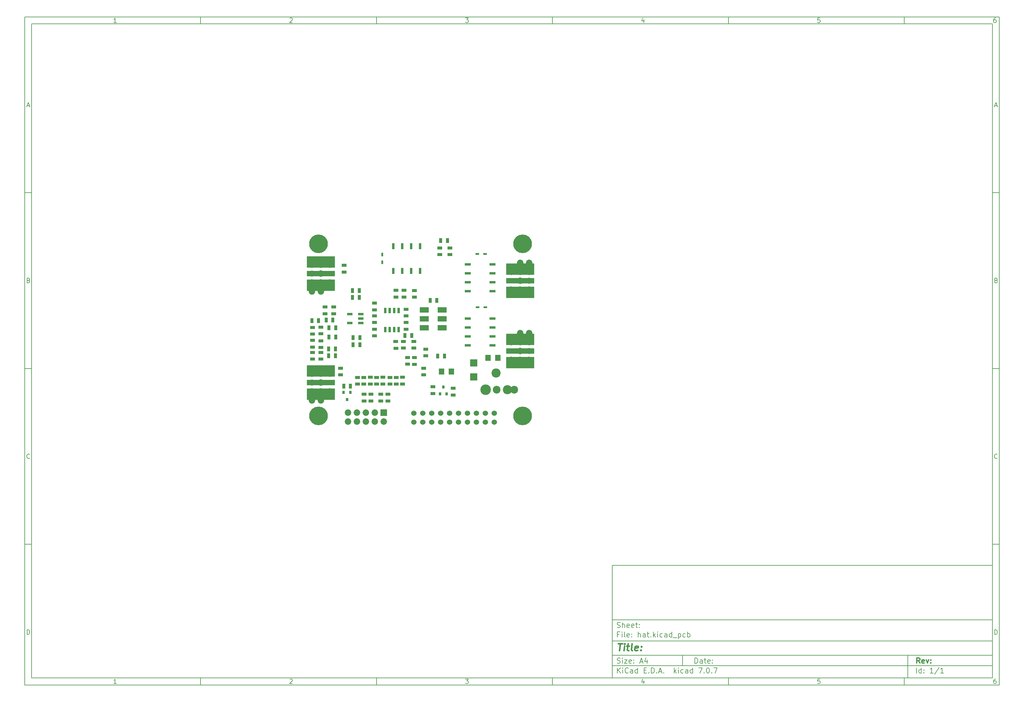
<source format=gts>
%TF.GenerationSoftware,KiCad,Pcbnew,7.0.7*%
%TF.CreationDate,2023-12-26T13:29:34+01:00*%
%TF.ProjectId,hat,6861742e-6b69-4636-9164-5f7063625858,rev?*%
%TF.SameCoordinates,Original*%
%TF.FileFunction,Soldermask,Top*%
%TF.FilePolarity,Negative*%
%FSLAX46Y46*%
G04 Gerber Fmt 4.6, Leading zero omitted, Abs format (unit mm)*
G04 Created by KiCad (PCBNEW 7.0.7) date 2023-12-26 13:29:34*
%MOMM*%
%LPD*%
G01*
G04 APERTURE LIST*
%ADD10C,0.100000*%
%ADD11C,0.150000*%
%ADD12C,0.300000*%
%ADD13C,0.400000*%
%ADD14R,0.889000X1.397000*%
%ADD15R,1.397000X0.889000*%
%ADD16R,0.800000X0.900000*%
%ADD17C,1.800000*%
%ADD18R,8.000000X1.600000*%
%ADD19C,1.850000*%
%ADD20R,8.000000X3.300000*%
%ADD21C,5.300000*%
%ADD22C,2.200000*%
%ADD23C,3.000000*%
%ADD24C,2.600000*%
%ADD25R,2.100000X2.000000*%
%ADD26R,1.850000X1.850000*%
%ADD27R,1.650000X0.760000*%
%ADD28R,0.599440X1.000760*%
%ADD29R,1.600000X1.800000*%
%ADD30R,1.000760X0.599440*%
%ADD31R,0.650000X1.528000*%
%ADD32R,2.540000X1.650000*%
%ADD33R,1.800000X0.800000*%
%ADD34R,0.800000X1.800000*%
%ADD35C,1.524000*%
G04 APERTURE END LIST*
D10*
D11*
X177002200Y-166007200D02*
X285002200Y-166007200D01*
X285002200Y-198007200D01*
X177002200Y-198007200D01*
X177002200Y-166007200D01*
D10*
D11*
X10000000Y-10000000D02*
X287002200Y-10000000D01*
X287002200Y-200007200D01*
X10000000Y-200007200D01*
X10000000Y-10000000D01*
D10*
D11*
X12000000Y-12000000D02*
X285002200Y-12000000D01*
X285002200Y-198007200D01*
X12000000Y-198007200D01*
X12000000Y-12000000D01*
D10*
D11*
X60000000Y-12000000D02*
X60000000Y-10000000D01*
D10*
D11*
X110000000Y-12000000D02*
X110000000Y-10000000D01*
D10*
D11*
X160000000Y-12000000D02*
X160000000Y-10000000D01*
D10*
D11*
X210000000Y-12000000D02*
X210000000Y-10000000D01*
D10*
D11*
X260000000Y-12000000D02*
X260000000Y-10000000D01*
D10*
D11*
X36089160Y-11593604D02*
X35346303Y-11593604D01*
X35717731Y-11593604D02*
X35717731Y-10293604D01*
X35717731Y-10293604D02*
X35593922Y-10479319D01*
X35593922Y-10479319D02*
X35470112Y-10603128D01*
X35470112Y-10603128D02*
X35346303Y-10665033D01*
D10*
D11*
X85346303Y-10417414D02*
X85408207Y-10355509D01*
X85408207Y-10355509D02*
X85532017Y-10293604D01*
X85532017Y-10293604D02*
X85841541Y-10293604D01*
X85841541Y-10293604D02*
X85965350Y-10355509D01*
X85965350Y-10355509D02*
X86027255Y-10417414D01*
X86027255Y-10417414D02*
X86089160Y-10541223D01*
X86089160Y-10541223D02*
X86089160Y-10665033D01*
X86089160Y-10665033D02*
X86027255Y-10850747D01*
X86027255Y-10850747D02*
X85284398Y-11593604D01*
X85284398Y-11593604D02*
X86089160Y-11593604D01*
D10*
D11*
X135284398Y-10293604D02*
X136089160Y-10293604D01*
X136089160Y-10293604D02*
X135655826Y-10788842D01*
X135655826Y-10788842D02*
X135841541Y-10788842D01*
X135841541Y-10788842D02*
X135965350Y-10850747D01*
X135965350Y-10850747D02*
X136027255Y-10912652D01*
X136027255Y-10912652D02*
X136089160Y-11036461D01*
X136089160Y-11036461D02*
X136089160Y-11345985D01*
X136089160Y-11345985D02*
X136027255Y-11469795D01*
X136027255Y-11469795D02*
X135965350Y-11531700D01*
X135965350Y-11531700D02*
X135841541Y-11593604D01*
X135841541Y-11593604D02*
X135470112Y-11593604D01*
X135470112Y-11593604D02*
X135346303Y-11531700D01*
X135346303Y-11531700D02*
X135284398Y-11469795D01*
D10*
D11*
X185965350Y-10726938D02*
X185965350Y-11593604D01*
X185655826Y-10231700D02*
X185346303Y-11160271D01*
X185346303Y-11160271D02*
X186151064Y-11160271D01*
D10*
D11*
X236027255Y-10293604D02*
X235408207Y-10293604D01*
X235408207Y-10293604D02*
X235346303Y-10912652D01*
X235346303Y-10912652D02*
X235408207Y-10850747D01*
X235408207Y-10850747D02*
X235532017Y-10788842D01*
X235532017Y-10788842D02*
X235841541Y-10788842D01*
X235841541Y-10788842D02*
X235965350Y-10850747D01*
X235965350Y-10850747D02*
X236027255Y-10912652D01*
X236027255Y-10912652D02*
X236089160Y-11036461D01*
X236089160Y-11036461D02*
X236089160Y-11345985D01*
X236089160Y-11345985D02*
X236027255Y-11469795D01*
X236027255Y-11469795D02*
X235965350Y-11531700D01*
X235965350Y-11531700D02*
X235841541Y-11593604D01*
X235841541Y-11593604D02*
X235532017Y-11593604D01*
X235532017Y-11593604D02*
X235408207Y-11531700D01*
X235408207Y-11531700D02*
X235346303Y-11469795D01*
D10*
D11*
X285965350Y-10293604D02*
X285717731Y-10293604D01*
X285717731Y-10293604D02*
X285593922Y-10355509D01*
X285593922Y-10355509D02*
X285532017Y-10417414D01*
X285532017Y-10417414D02*
X285408207Y-10603128D01*
X285408207Y-10603128D02*
X285346303Y-10850747D01*
X285346303Y-10850747D02*
X285346303Y-11345985D01*
X285346303Y-11345985D02*
X285408207Y-11469795D01*
X285408207Y-11469795D02*
X285470112Y-11531700D01*
X285470112Y-11531700D02*
X285593922Y-11593604D01*
X285593922Y-11593604D02*
X285841541Y-11593604D01*
X285841541Y-11593604D02*
X285965350Y-11531700D01*
X285965350Y-11531700D02*
X286027255Y-11469795D01*
X286027255Y-11469795D02*
X286089160Y-11345985D01*
X286089160Y-11345985D02*
X286089160Y-11036461D01*
X286089160Y-11036461D02*
X286027255Y-10912652D01*
X286027255Y-10912652D02*
X285965350Y-10850747D01*
X285965350Y-10850747D02*
X285841541Y-10788842D01*
X285841541Y-10788842D02*
X285593922Y-10788842D01*
X285593922Y-10788842D02*
X285470112Y-10850747D01*
X285470112Y-10850747D02*
X285408207Y-10912652D01*
X285408207Y-10912652D02*
X285346303Y-11036461D01*
D10*
D11*
X60000000Y-198007200D02*
X60000000Y-200007200D01*
D10*
D11*
X110000000Y-198007200D02*
X110000000Y-200007200D01*
D10*
D11*
X160000000Y-198007200D02*
X160000000Y-200007200D01*
D10*
D11*
X210000000Y-198007200D02*
X210000000Y-200007200D01*
D10*
D11*
X260000000Y-198007200D02*
X260000000Y-200007200D01*
D10*
D11*
X36089160Y-199600804D02*
X35346303Y-199600804D01*
X35717731Y-199600804D02*
X35717731Y-198300804D01*
X35717731Y-198300804D02*
X35593922Y-198486519D01*
X35593922Y-198486519D02*
X35470112Y-198610328D01*
X35470112Y-198610328D02*
X35346303Y-198672233D01*
D10*
D11*
X85346303Y-198424614D02*
X85408207Y-198362709D01*
X85408207Y-198362709D02*
X85532017Y-198300804D01*
X85532017Y-198300804D02*
X85841541Y-198300804D01*
X85841541Y-198300804D02*
X85965350Y-198362709D01*
X85965350Y-198362709D02*
X86027255Y-198424614D01*
X86027255Y-198424614D02*
X86089160Y-198548423D01*
X86089160Y-198548423D02*
X86089160Y-198672233D01*
X86089160Y-198672233D02*
X86027255Y-198857947D01*
X86027255Y-198857947D02*
X85284398Y-199600804D01*
X85284398Y-199600804D02*
X86089160Y-199600804D01*
D10*
D11*
X135284398Y-198300804D02*
X136089160Y-198300804D01*
X136089160Y-198300804D02*
X135655826Y-198796042D01*
X135655826Y-198796042D02*
X135841541Y-198796042D01*
X135841541Y-198796042D02*
X135965350Y-198857947D01*
X135965350Y-198857947D02*
X136027255Y-198919852D01*
X136027255Y-198919852D02*
X136089160Y-199043661D01*
X136089160Y-199043661D02*
X136089160Y-199353185D01*
X136089160Y-199353185D02*
X136027255Y-199476995D01*
X136027255Y-199476995D02*
X135965350Y-199538900D01*
X135965350Y-199538900D02*
X135841541Y-199600804D01*
X135841541Y-199600804D02*
X135470112Y-199600804D01*
X135470112Y-199600804D02*
X135346303Y-199538900D01*
X135346303Y-199538900D02*
X135284398Y-199476995D01*
D10*
D11*
X185965350Y-198734138D02*
X185965350Y-199600804D01*
X185655826Y-198238900D02*
X185346303Y-199167471D01*
X185346303Y-199167471D02*
X186151064Y-199167471D01*
D10*
D11*
X236027255Y-198300804D02*
X235408207Y-198300804D01*
X235408207Y-198300804D02*
X235346303Y-198919852D01*
X235346303Y-198919852D02*
X235408207Y-198857947D01*
X235408207Y-198857947D02*
X235532017Y-198796042D01*
X235532017Y-198796042D02*
X235841541Y-198796042D01*
X235841541Y-198796042D02*
X235965350Y-198857947D01*
X235965350Y-198857947D02*
X236027255Y-198919852D01*
X236027255Y-198919852D02*
X236089160Y-199043661D01*
X236089160Y-199043661D02*
X236089160Y-199353185D01*
X236089160Y-199353185D02*
X236027255Y-199476995D01*
X236027255Y-199476995D02*
X235965350Y-199538900D01*
X235965350Y-199538900D02*
X235841541Y-199600804D01*
X235841541Y-199600804D02*
X235532017Y-199600804D01*
X235532017Y-199600804D02*
X235408207Y-199538900D01*
X235408207Y-199538900D02*
X235346303Y-199476995D01*
D10*
D11*
X285965350Y-198300804D02*
X285717731Y-198300804D01*
X285717731Y-198300804D02*
X285593922Y-198362709D01*
X285593922Y-198362709D02*
X285532017Y-198424614D01*
X285532017Y-198424614D02*
X285408207Y-198610328D01*
X285408207Y-198610328D02*
X285346303Y-198857947D01*
X285346303Y-198857947D02*
X285346303Y-199353185D01*
X285346303Y-199353185D02*
X285408207Y-199476995D01*
X285408207Y-199476995D02*
X285470112Y-199538900D01*
X285470112Y-199538900D02*
X285593922Y-199600804D01*
X285593922Y-199600804D02*
X285841541Y-199600804D01*
X285841541Y-199600804D02*
X285965350Y-199538900D01*
X285965350Y-199538900D02*
X286027255Y-199476995D01*
X286027255Y-199476995D02*
X286089160Y-199353185D01*
X286089160Y-199353185D02*
X286089160Y-199043661D01*
X286089160Y-199043661D02*
X286027255Y-198919852D01*
X286027255Y-198919852D02*
X285965350Y-198857947D01*
X285965350Y-198857947D02*
X285841541Y-198796042D01*
X285841541Y-198796042D02*
X285593922Y-198796042D01*
X285593922Y-198796042D02*
X285470112Y-198857947D01*
X285470112Y-198857947D02*
X285408207Y-198919852D01*
X285408207Y-198919852D02*
X285346303Y-199043661D01*
D10*
D11*
X10000000Y-60000000D02*
X12000000Y-60000000D01*
D10*
D11*
X10000000Y-110000000D02*
X12000000Y-110000000D01*
D10*
D11*
X10000000Y-160000000D02*
X12000000Y-160000000D01*
D10*
D11*
X10690476Y-35222176D02*
X11309523Y-35222176D01*
X10566666Y-35593604D02*
X10999999Y-34293604D01*
X10999999Y-34293604D02*
X11433333Y-35593604D01*
D10*
D11*
X11092857Y-84912652D02*
X11278571Y-84974557D01*
X11278571Y-84974557D02*
X11340476Y-85036461D01*
X11340476Y-85036461D02*
X11402380Y-85160271D01*
X11402380Y-85160271D02*
X11402380Y-85345985D01*
X11402380Y-85345985D02*
X11340476Y-85469795D01*
X11340476Y-85469795D02*
X11278571Y-85531700D01*
X11278571Y-85531700D02*
X11154761Y-85593604D01*
X11154761Y-85593604D02*
X10659523Y-85593604D01*
X10659523Y-85593604D02*
X10659523Y-84293604D01*
X10659523Y-84293604D02*
X11092857Y-84293604D01*
X11092857Y-84293604D02*
X11216666Y-84355509D01*
X11216666Y-84355509D02*
X11278571Y-84417414D01*
X11278571Y-84417414D02*
X11340476Y-84541223D01*
X11340476Y-84541223D02*
X11340476Y-84665033D01*
X11340476Y-84665033D02*
X11278571Y-84788842D01*
X11278571Y-84788842D02*
X11216666Y-84850747D01*
X11216666Y-84850747D02*
X11092857Y-84912652D01*
X11092857Y-84912652D02*
X10659523Y-84912652D01*
D10*
D11*
X11402380Y-135469795D02*
X11340476Y-135531700D01*
X11340476Y-135531700D02*
X11154761Y-135593604D01*
X11154761Y-135593604D02*
X11030952Y-135593604D01*
X11030952Y-135593604D02*
X10845238Y-135531700D01*
X10845238Y-135531700D02*
X10721428Y-135407890D01*
X10721428Y-135407890D02*
X10659523Y-135284080D01*
X10659523Y-135284080D02*
X10597619Y-135036461D01*
X10597619Y-135036461D02*
X10597619Y-134850747D01*
X10597619Y-134850747D02*
X10659523Y-134603128D01*
X10659523Y-134603128D02*
X10721428Y-134479319D01*
X10721428Y-134479319D02*
X10845238Y-134355509D01*
X10845238Y-134355509D02*
X11030952Y-134293604D01*
X11030952Y-134293604D02*
X11154761Y-134293604D01*
X11154761Y-134293604D02*
X11340476Y-134355509D01*
X11340476Y-134355509D02*
X11402380Y-134417414D01*
D10*
D11*
X10659523Y-185593604D02*
X10659523Y-184293604D01*
X10659523Y-184293604D02*
X10969047Y-184293604D01*
X10969047Y-184293604D02*
X11154761Y-184355509D01*
X11154761Y-184355509D02*
X11278571Y-184479319D01*
X11278571Y-184479319D02*
X11340476Y-184603128D01*
X11340476Y-184603128D02*
X11402380Y-184850747D01*
X11402380Y-184850747D02*
X11402380Y-185036461D01*
X11402380Y-185036461D02*
X11340476Y-185284080D01*
X11340476Y-185284080D02*
X11278571Y-185407890D01*
X11278571Y-185407890D02*
X11154761Y-185531700D01*
X11154761Y-185531700D02*
X10969047Y-185593604D01*
X10969047Y-185593604D02*
X10659523Y-185593604D01*
D10*
D11*
X287002200Y-60000000D02*
X285002200Y-60000000D01*
D10*
D11*
X287002200Y-110000000D02*
X285002200Y-110000000D01*
D10*
D11*
X287002200Y-160000000D02*
X285002200Y-160000000D01*
D10*
D11*
X285692676Y-35222176D02*
X286311723Y-35222176D01*
X285568866Y-35593604D02*
X286002199Y-34293604D01*
X286002199Y-34293604D02*
X286435533Y-35593604D01*
D10*
D11*
X286095057Y-84912652D02*
X286280771Y-84974557D01*
X286280771Y-84974557D02*
X286342676Y-85036461D01*
X286342676Y-85036461D02*
X286404580Y-85160271D01*
X286404580Y-85160271D02*
X286404580Y-85345985D01*
X286404580Y-85345985D02*
X286342676Y-85469795D01*
X286342676Y-85469795D02*
X286280771Y-85531700D01*
X286280771Y-85531700D02*
X286156961Y-85593604D01*
X286156961Y-85593604D02*
X285661723Y-85593604D01*
X285661723Y-85593604D02*
X285661723Y-84293604D01*
X285661723Y-84293604D02*
X286095057Y-84293604D01*
X286095057Y-84293604D02*
X286218866Y-84355509D01*
X286218866Y-84355509D02*
X286280771Y-84417414D01*
X286280771Y-84417414D02*
X286342676Y-84541223D01*
X286342676Y-84541223D02*
X286342676Y-84665033D01*
X286342676Y-84665033D02*
X286280771Y-84788842D01*
X286280771Y-84788842D02*
X286218866Y-84850747D01*
X286218866Y-84850747D02*
X286095057Y-84912652D01*
X286095057Y-84912652D02*
X285661723Y-84912652D01*
D10*
D11*
X286404580Y-135469795D02*
X286342676Y-135531700D01*
X286342676Y-135531700D02*
X286156961Y-135593604D01*
X286156961Y-135593604D02*
X286033152Y-135593604D01*
X286033152Y-135593604D02*
X285847438Y-135531700D01*
X285847438Y-135531700D02*
X285723628Y-135407890D01*
X285723628Y-135407890D02*
X285661723Y-135284080D01*
X285661723Y-135284080D02*
X285599819Y-135036461D01*
X285599819Y-135036461D02*
X285599819Y-134850747D01*
X285599819Y-134850747D02*
X285661723Y-134603128D01*
X285661723Y-134603128D02*
X285723628Y-134479319D01*
X285723628Y-134479319D02*
X285847438Y-134355509D01*
X285847438Y-134355509D02*
X286033152Y-134293604D01*
X286033152Y-134293604D02*
X286156961Y-134293604D01*
X286156961Y-134293604D02*
X286342676Y-134355509D01*
X286342676Y-134355509D02*
X286404580Y-134417414D01*
D10*
D11*
X285661723Y-185593604D02*
X285661723Y-184293604D01*
X285661723Y-184293604D02*
X285971247Y-184293604D01*
X285971247Y-184293604D02*
X286156961Y-184355509D01*
X286156961Y-184355509D02*
X286280771Y-184479319D01*
X286280771Y-184479319D02*
X286342676Y-184603128D01*
X286342676Y-184603128D02*
X286404580Y-184850747D01*
X286404580Y-184850747D02*
X286404580Y-185036461D01*
X286404580Y-185036461D02*
X286342676Y-185284080D01*
X286342676Y-185284080D02*
X286280771Y-185407890D01*
X286280771Y-185407890D02*
X286156961Y-185531700D01*
X286156961Y-185531700D02*
X285971247Y-185593604D01*
X285971247Y-185593604D02*
X285661723Y-185593604D01*
D10*
D11*
X200458026Y-193793328D02*
X200458026Y-192293328D01*
X200458026Y-192293328D02*
X200815169Y-192293328D01*
X200815169Y-192293328D02*
X201029455Y-192364757D01*
X201029455Y-192364757D02*
X201172312Y-192507614D01*
X201172312Y-192507614D02*
X201243741Y-192650471D01*
X201243741Y-192650471D02*
X201315169Y-192936185D01*
X201315169Y-192936185D02*
X201315169Y-193150471D01*
X201315169Y-193150471D02*
X201243741Y-193436185D01*
X201243741Y-193436185D02*
X201172312Y-193579042D01*
X201172312Y-193579042D02*
X201029455Y-193721900D01*
X201029455Y-193721900D02*
X200815169Y-193793328D01*
X200815169Y-193793328D02*
X200458026Y-193793328D01*
X202600884Y-193793328D02*
X202600884Y-193007614D01*
X202600884Y-193007614D02*
X202529455Y-192864757D01*
X202529455Y-192864757D02*
X202386598Y-192793328D01*
X202386598Y-192793328D02*
X202100884Y-192793328D01*
X202100884Y-192793328D02*
X201958026Y-192864757D01*
X202600884Y-193721900D02*
X202458026Y-193793328D01*
X202458026Y-193793328D02*
X202100884Y-193793328D01*
X202100884Y-193793328D02*
X201958026Y-193721900D01*
X201958026Y-193721900D02*
X201886598Y-193579042D01*
X201886598Y-193579042D02*
X201886598Y-193436185D01*
X201886598Y-193436185D02*
X201958026Y-193293328D01*
X201958026Y-193293328D02*
X202100884Y-193221900D01*
X202100884Y-193221900D02*
X202458026Y-193221900D01*
X202458026Y-193221900D02*
X202600884Y-193150471D01*
X203100884Y-192793328D02*
X203672312Y-192793328D01*
X203315169Y-192293328D02*
X203315169Y-193579042D01*
X203315169Y-193579042D02*
X203386598Y-193721900D01*
X203386598Y-193721900D02*
X203529455Y-193793328D01*
X203529455Y-193793328D02*
X203672312Y-193793328D01*
X204743741Y-193721900D02*
X204600884Y-193793328D01*
X204600884Y-193793328D02*
X204315170Y-193793328D01*
X204315170Y-193793328D02*
X204172312Y-193721900D01*
X204172312Y-193721900D02*
X204100884Y-193579042D01*
X204100884Y-193579042D02*
X204100884Y-193007614D01*
X204100884Y-193007614D02*
X204172312Y-192864757D01*
X204172312Y-192864757D02*
X204315170Y-192793328D01*
X204315170Y-192793328D02*
X204600884Y-192793328D01*
X204600884Y-192793328D02*
X204743741Y-192864757D01*
X204743741Y-192864757D02*
X204815170Y-193007614D01*
X204815170Y-193007614D02*
X204815170Y-193150471D01*
X204815170Y-193150471D02*
X204100884Y-193293328D01*
X205458026Y-193650471D02*
X205529455Y-193721900D01*
X205529455Y-193721900D02*
X205458026Y-193793328D01*
X205458026Y-193793328D02*
X205386598Y-193721900D01*
X205386598Y-193721900D02*
X205458026Y-193650471D01*
X205458026Y-193650471D02*
X205458026Y-193793328D01*
X205458026Y-192864757D02*
X205529455Y-192936185D01*
X205529455Y-192936185D02*
X205458026Y-193007614D01*
X205458026Y-193007614D02*
X205386598Y-192936185D01*
X205386598Y-192936185D02*
X205458026Y-192864757D01*
X205458026Y-192864757D02*
X205458026Y-193007614D01*
D10*
D11*
X177002200Y-194507200D02*
X285002200Y-194507200D01*
D10*
D11*
X178458026Y-196593328D02*
X178458026Y-195093328D01*
X179315169Y-196593328D02*
X178672312Y-195736185D01*
X179315169Y-195093328D02*
X178458026Y-195950471D01*
X179958026Y-196593328D02*
X179958026Y-195593328D01*
X179958026Y-195093328D02*
X179886598Y-195164757D01*
X179886598Y-195164757D02*
X179958026Y-195236185D01*
X179958026Y-195236185D02*
X180029455Y-195164757D01*
X180029455Y-195164757D02*
X179958026Y-195093328D01*
X179958026Y-195093328D02*
X179958026Y-195236185D01*
X181529455Y-196450471D02*
X181458027Y-196521900D01*
X181458027Y-196521900D02*
X181243741Y-196593328D01*
X181243741Y-196593328D02*
X181100884Y-196593328D01*
X181100884Y-196593328D02*
X180886598Y-196521900D01*
X180886598Y-196521900D02*
X180743741Y-196379042D01*
X180743741Y-196379042D02*
X180672312Y-196236185D01*
X180672312Y-196236185D02*
X180600884Y-195950471D01*
X180600884Y-195950471D02*
X180600884Y-195736185D01*
X180600884Y-195736185D02*
X180672312Y-195450471D01*
X180672312Y-195450471D02*
X180743741Y-195307614D01*
X180743741Y-195307614D02*
X180886598Y-195164757D01*
X180886598Y-195164757D02*
X181100884Y-195093328D01*
X181100884Y-195093328D02*
X181243741Y-195093328D01*
X181243741Y-195093328D02*
X181458027Y-195164757D01*
X181458027Y-195164757D02*
X181529455Y-195236185D01*
X182815170Y-196593328D02*
X182815170Y-195807614D01*
X182815170Y-195807614D02*
X182743741Y-195664757D01*
X182743741Y-195664757D02*
X182600884Y-195593328D01*
X182600884Y-195593328D02*
X182315170Y-195593328D01*
X182315170Y-195593328D02*
X182172312Y-195664757D01*
X182815170Y-196521900D02*
X182672312Y-196593328D01*
X182672312Y-196593328D02*
X182315170Y-196593328D01*
X182315170Y-196593328D02*
X182172312Y-196521900D01*
X182172312Y-196521900D02*
X182100884Y-196379042D01*
X182100884Y-196379042D02*
X182100884Y-196236185D01*
X182100884Y-196236185D02*
X182172312Y-196093328D01*
X182172312Y-196093328D02*
X182315170Y-196021900D01*
X182315170Y-196021900D02*
X182672312Y-196021900D01*
X182672312Y-196021900D02*
X182815170Y-195950471D01*
X184172313Y-196593328D02*
X184172313Y-195093328D01*
X184172313Y-196521900D02*
X184029455Y-196593328D01*
X184029455Y-196593328D02*
X183743741Y-196593328D01*
X183743741Y-196593328D02*
X183600884Y-196521900D01*
X183600884Y-196521900D02*
X183529455Y-196450471D01*
X183529455Y-196450471D02*
X183458027Y-196307614D01*
X183458027Y-196307614D02*
X183458027Y-195879042D01*
X183458027Y-195879042D02*
X183529455Y-195736185D01*
X183529455Y-195736185D02*
X183600884Y-195664757D01*
X183600884Y-195664757D02*
X183743741Y-195593328D01*
X183743741Y-195593328D02*
X184029455Y-195593328D01*
X184029455Y-195593328D02*
X184172313Y-195664757D01*
X186029455Y-195807614D02*
X186529455Y-195807614D01*
X186743741Y-196593328D02*
X186029455Y-196593328D01*
X186029455Y-196593328D02*
X186029455Y-195093328D01*
X186029455Y-195093328D02*
X186743741Y-195093328D01*
X187386598Y-196450471D02*
X187458027Y-196521900D01*
X187458027Y-196521900D02*
X187386598Y-196593328D01*
X187386598Y-196593328D02*
X187315170Y-196521900D01*
X187315170Y-196521900D02*
X187386598Y-196450471D01*
X187386598Y-196450471D02*
X187386598Y-196593328D01*
X188100884Y-196593328D02*
X188100884Y-195093328D01*
X188100884Y-195093328D02*
X188458027Y-195093328D01*
X188458027Y-195093328D02*
X188672313Y-195164757D01*
X188672313Y-195164757D02*
X188815170Y-195307614D01*
X188815170Y-195307614D02*
X188886599Y-195450471D01*
X188886599Y-195450471D02*
X188958027Y-195736185D01*
X188958027Y-195736185D02*
X188958027Y-195950471D01*
X188958027Y-195950471D02*
X188886599Y-196236185D01*
X188886599Y-196236185D02*
X188815170Y-196379042D01*
X188815170Y-196379042D02*
X188672313Y-196521900D01*
X188672313Y-196521900D02*
X188458027Y-196593328D01*
X188458027Y-196593328D02*
X188100884Y-196593328D01*
X189600884Y-196450471D02*
X189672313Y-196521900D01*
X189672313Y-196521900D02*
X189600884Y-196593328D01*
X189600884Y-196593328D02*
X189529456Y-196521900D01*
X189529456Y-196521900D02*
X189600884Y-196450471D01*
X189600884Y-196450471D02*
X189600884Y-196593328D01*
X190243742Y-196164757D02*
X190958028Y-196164757D01*
X190100885Y-196593328D02*
X190600885Y-195093328D01*
X190600885Y-195093328D02*
X191100885Y-196593328D01*
X191600884Y-196450471D02*
X191672313Y-196521900D01*
X191672313Y-196521900D02*
X191600884Y-196593328D01*
X191600884Y-196593328D02*
X191529456Y-196521900D01*
X191529456Y-196521900D02*
X191600884Y-196450471D01*
X191600884Y-196450471D02*
X191600884Y-196593328D01*
X194600884Y-196593328D02*
X194600884Y-195093328D01*
X194743742Y-196021900D02*
X195172313Y-196593328D01*
X195172313Y-195593328D02*
X194600884Y-196164757D01*
X195815170Y-196593328D02*
X195815170Y-195593328D01*
X195815170Y-195093328D02*
X195743742Y-195164757D01*
X195743742Y-195164757D02*
X195815170Y-195236185D01*
X195815170Y-195236185D02*
X195886599Y-195164757D01*
X195886599Y-195164757D02*
X195815170Y-195093328D01*
X195815170Y-195093328D02*
X195815170Y-195236185D01*
X197172314Y-196521900D02*
X197029456Y-196593328D01*
X197029456Y-196593328D02*
X196743742Y-196593328D01*
X196743742Y-196593328D02*
X196600885Y-196521900D01*
X196600885Y-196521900D02*
X196529456Y-196450471D01*
X196529456Y-196450471D02*
X196458028Y-196307614D01*
X196458028Y-196307614D02*
X196458028Y-195879042D01*
X196458028Y-195879042D02*
X196529456Y-195736185D01*
X196529456Y-195736185D02*
X196600885Y-195664757D01*
X196600885Y-195664757D02*
X196743742Y-195593328D01*
X196743742Y-195593328D02*
X197029456Y-195593328D01*
X197029456Y-195593328D02*
X197172314Y-195664757D01*
X198458028Y-196593328D02*
X198458028Y-195807614D01*
X198458028Y-195807614D02*
X198386599Y-195664757D01*
X198386599Y-195664757D02*
X198243742Y-195593328D01*
X198243742Y-195593328D02*
X197958028Y-195593328D01*
X197958028Y-195593328D02*
X197815170Y-195664757D01*
X198458028Y-196521900D02*
X198315170Y-196593328D01*
X198315170Y-196593328D02*
X197958028Y-196593328D01*
X197958028Y-196593328D02*
X197815170Y-196521900D01*
X197815170Y-196521900D02*
X197743742Y-196379042D01*
X197743742Y-196379042D02*
X197743742Y-196236185D01*
X197743742Y-196236185D02*
X197815170Y-196093328D01*
X197815170Y-196093328D02*
X197958028Y-196021900D01*
X197958028Y-196021900D02*
X198315170Y-196021900D01*
X198315170Y-196021900D02*
X198458028Y-195950471D01*
X199815171Y-196593328D02*
X199815171Y-195093328D01*
X199815171Y-196521900D02*
X199672313Y-196593328D01*
X199672313Y-196593328D02*
X199386599Y-196593328D01*
X199386599Y-196593328D02*
X199243742Y-196521900D01*
X199243742Y-196521900D02*
X199172313Y-196450471D01*
X199172313Y-196450471D02*
X199100885Y-196307614D01*
X199100885Y-196307614D02*
X199100885Y-195879042D01*
X199100885Y-195879042D02*
X199172313Y-195736185D01*
X199172313Y-195736185D02*
X199243742Y-195664757D01*
X199243742Y-195664757D02*
X199386599Y-195593328D01*
X199386599Y-195593328D02*
X199672313Y-195593328D01*
X199672313Y-195593328D02*
X199815171Y-195664757D01*
X201529456Y-195093328D02*
X202529456Y-195093328D01*
X202529456Y-195093328D02*
X201886599Y-196593328D01*
X203100884Y-196450471D02*
X203172313Y-196521900D01*
X203172313Y-196521900D02*
X203100884Y-196593328D01*
X203100884Y-196593328D02*
X203029456Y-196521900D01*
X203029456Y-196521900D02*
X203100884Y-196450471D01*
X203100884Y-196450471D02*
X203100884Y-196593328D01*
X204100885Y-195093328D02*
X204243742Y-195093328D01*
X204243742Y-195093328D02*
X204386599Y-195164757D01*
X204386599Y-195164757D02*
X204458028Y-195236185D01*
X204458028Y-195236185D02*
X204529456Y-195379042D01*
X204529456Y-195379042D02*
X204600885Y-195664757D01*
X204600885Y-195664757D02*
X204600885Y-196021900D01*
X204600885Y-196021900D02*
X204529456Y-196307614D01*
X204529456Y-196307614D02*
X204458028Y-196450471D01*
X204458028Y-196450471D02*
X204386599Y-196521900D01*
X204386599Y-196521900D02*
X204243742Y-196593328D01*
X204243742Y-196593328D02*
X204100885Y-196593328D01*
X204100885Y-196593328D02*
X203958028Y-196521900D01*
X203958028Y-196521900D02*
X203886599Y-196450471D01*
X203886599Y-196450471D02*
X203815170Y-196307614D01*
X203815170Y-196307614D02*
X203743742Y-196021900D01*
X203743742Y-196021900D02*
X203743742Y-195664757D01*
X203743742Y-195664757D02*
X203815170Y-195379042D01*
X203815170Y-195379042D02*
X203886599Y-195236185D01*
X203886599Y-195236185D02*
X203958028Y-195164757D01*
X203958028Y-195164757D02*
X204100885Y-195093328D01*
X205243741Y-196450471D02*
X205315170Y-196521900D01*
X205315170Y-196521900D02*
X205243741Y-196593328D01*
X205243741Y-196593328D02*
X205172313Y-196521900D01*
X205172313Y-196521900D02*
X205243741Y-196450471D01*
X205243741Y-196450471D02*
X205243741Y-196593328D01*
X205815170Y-195093328D02*
X206815170Y-195093328D01*
X206815170Y-195093328D02*
X206172313Y-196593328D01*
D10*
D11*
X177002200Y-191507200D02*
X285002200Y-191507200D01*
D10*
D12*
X264413853Y-193785528D02*
X263913853Y-193071242D01*
X263556710Y-193785528D02*
X263556710Y-192285528D01*
X263556710Y-192285528D02*
X264128139Y-192285528D01*
X264128139Y-192285528D02*
X264270996Y-192356957D01*
X264270996Y-192356957D02*
X264342425Y-192428385D01*
X264342425Y-192428385D02*
X264413853Y-192571242D01*
X264413853Y-192571242D02*
X264413853Y-192785528D01*
X264413853Y-192785528D02*
X264342425Y-192928385D01*
X264342425Y-192928385D02*
X264270996Y-192999814D01*
X264270996Y-192999814D02*
X264128139Y-193071242D01*
X264128139Y-193071242D02*
X263556710Y-193071242D01*
X265628139Y-193714100D02*
X265485282Y-193785528D01*
X265485282Y-193785528D02*
X265199568Y-193785528D01*
X265199568Y-193785528D02*
X265056710Y-193714100D01*
X265056710Y-193714100D02*
X264985282Y-193571242D01*
X264985282Y-193571242D02*
X264985282Y-192999814D01*
X264985282Y-192999814D02*
X265056710Y-192856957D01*
X265056710Y-192856957D02*
X265199568Y-192785528D01*
X265199568Y-192785528D02*
X265485282Y-192785528D01*
X265485282Y-192785528D02*
X265628139Y-192856957D01*
X265628139Y-192856957D02*
X265699568Y-192999814D01*
X265699568Y-192999814D02*
X265699568Y-193142671D01*
X265699568Y-193142671D02*
X264985282Y-193285528D01*
X266199567Y-192785528D02*
X266556710Y-193785528D01*
X266556710Y-193785528D02*
X266913853Y-192785528D01*
X267485281Y-193642671D02*
X267556710Y-193714100D01*
X267556710Y-193714100D02*
X267485281Y-193785528D01*
X267485281Y-193785528D02*
X267413853Y-193714100D01*
X267413853Y-193714100D02*
X267485281Y-193642671D01*
X267485281Y-193642671D02*
X267485281Y-193785528D01*
X267485281Y-192856957D02*
X267556710Y-192928385D01*
X267556710Y-192928385D02*
X267485281Y-192999814D01*
X267485281Y-192999814D02*
X267413853Y-192928385D01*
X267413853Y-192928385D02*
X267485281Y-192856957D01*
X267485281Y-192856957D02*
X267485281Y-192999814D01*
D10*
D11*
X178386598Y-193721900D02*
X178600884Y-193793328D01*
X178600884Y-193793328D02*
X178958026Y-193793328D01*
X178958026Y-193793328D02*
X179100884Y-193721900D01*
X179100884Y-193721900D02*
X179172312Y-193650471D01*
X179172312Y-193650471D02*
X179243741Y-193507614D01*
X179243741Y-193507614D02*
X179243741Y-193364757D01*
X179243741Y-193364757D02*
X179172312Y-193221900D01*
X179172312Y-193221900D02*
X179100884Y-193150471D01*
X179100884Y-193150471D02*
X178958026Y-193079042D01*
X178958026Y-193079042D02*
X178672312Y-193007614D01*
X178672312Y-193007614D02*
X178529455Y-192936185D01*
X178529455Y-192936185D02*
X178458026Y-192864757D01*
X178458026Y-192864757D02*
X178386598Y-192721900D01*
X178386598Y-192721900D02*
X178386598Y-192579042D01*
X178386598Y-192579042D02*
X178458026Y-192436185D01*
X178458026Y-192436185D02*
X178529455Y-192364757D01*
X178529455Y-192364757D02*
X178672312Y-192293328D01*
X178672312Y-192293328D02*
X179029455Y-192293328D01*
X179029455Y-192293328D02*
X179243741Y-192364757D01*
X179886597Y-193793328D02*
X179886597Y-192793328D01*
X179886597Y-192293328D02*
X179815169Y-192364757D01*
X179815169Y-192364757D02*
X179886597Y-192436185D01*
X179886597Y-192436185D02*
X179958026Y-192364757D01*
X179958026Y-192364757D02*
X179886597Y-192293328D01*
X179886597Y-192293328D02*
X179886597Y-192436185D01*
X180458026Y-192793328D02*
X181243741Y-192793328D01*
X181243741Y-192793328D02*
X180458026Y-193793328D01*
X180458026Y-193793328D02*
X181243741Y-193793328D01*
X182386598Y-193721900D02*
X182243741Y-193793328D01*
X182243741Y-193793328D02*
X181958027Y-193793328D01*
X181958027Y-193793328D02*
X181815169Y-193721900D01*
X181815169Y-193721900D02*
X181743741Y-193579042D01*
X181743741Y-193579042D02*
X181743741Y-193007614D01*
X181743741Y-193007614D02*
X181815169Y-192864757D01*
X181815169Y-192864757D02*
X181958027Y-192793328D01*
X181958027Y-192793328D02*
X182243741Y-192793328D01*
X182243741Y-192793328D02*
X182386598Y-192864757D01*
X182386598Y-192864757D02*
X182458027Y-193007614D01*
X182458027Y-193007614D02*
X182458027Y-193150471D01*
X182458027Y-193150471D02*
X181743741Y-193293328D01*
X183100883Y-193650471D02*
X183172312Y-193721900D01*
X183172312Y-193721900D02*
X183100883Y-193793328D01*
X183100883Y-193793328D02*
X183029455Y-193721900D01*
X183029455Y-193721900D02*
X183100883Y-193650471D01*
X183100883Y-193650471D02*
X183100883Y-193793328D01*
X183100883Y-192864757D02*
X183172312Y-192936185D01*
X183172312Y-192936185D02*
X183100883Y-193007614D01*
X183100883Y-193007614D02*
X183029455Y-192936185D01*
X183029455Y-192936185D02*
X183100883Y-192864757D01*
X183100883Y-192864757D02*
X183100883Y-193007614D01*
X184886598Y-193364757D02*
X185600884Y-193364757D01*
X184743741Y-193793328D02*
X185243741Y-192293328D01*
X185243741Y-192293328D02*
X185743741Y-193793328D01*
X186886598Y-192793328D02*
X186886598Y-193793328D01*
X186529455Y-192221900D02*
X186172312Y-193293328D01*
X186172312Y-193293328D02*
X187100883Y-193293328D01*
D10*
D11*
X263458026Y-196593328D02*
X263458026Y-195093328D01*
X264815170Y-196593328D02*
X264815170Y-195093328D01*
X264815170Y-196521900D02*
X264672312Y-196593328D01*
X264672312Y-196593328D02*
X264386598Y-196593328D01*
X264386598Y-196593328D02*
X264243741Y-196521900D01*
X264243741Y-196521900D02*
X264172312Y-196450471D01*
X264172312Y-196450471D02*
X264100884Y-196307614D01*
X264100884Y-196307614D02*
X264100884Y-195879042D01*
X264100884Y-195879042D02*
X264172312Y-195736185D01*
X264172312Y-195736185D02*
X264243741Y-195664757D01*
X264243741Y-195664757D02*
X264386598Y-195593328D01*
X264386598Y-195593328D02*
X264672312Y-195593328D01*
X264672312Y-195593328D02*
X264815170Y-195664757D01*
X265529455Y-196450471D02*
X265600884Y-196521900D01*
X265600884Y-196521900D02*
X265529455Y-196593328D01*
X265529455Y-196593328D02*
X265458027Y-196521900D01*
X265458027Y-196521900D02*
X265529455Y-196450471D01*
X265529455Y-196450471D02*
X265529455Y-196593328D01*
X265529455Y-195664757D02*
X265600884Y-195736185D01*
X265600884Y-195736185D02*
X265529455Y-195807614D01*
X265529455Y-195807614D02*
X265458027Y-195736185D01*
X265458027Y-195736185D02*
X265529455Y-195664757D01*
X265529455Y-195664757D02*
X265529455Y-195807614D01*
X268172313Y-196593328D02*
X267315170Y-196593328D01*
X267743741Y-196593328D02*
X267743741Y-195093328D01*
X267743741Y-195093328D02*
X267600884Y-195307614D01*
X267600884Y-195307614D02*
X267458027Y-195450471D01*
X267458027Y-195450471D02*
X267315170Y-195521900D01*
X269886598Y-195021900D02*
X268600884Y-196950471D01*
X271172313Y-196593328D02*
X270315170Y-196593328D01*
X270743741Y-196593328D02*
X270743741Y-195093328D01*
X270743741Y-195093328D02*
X270600884Y-195307614D01*
X270600884Y-195307614D02*
X270458027Y-195450471D01*
X270458027Y-195450471D02*
X270315170Y-195521900D01*
D10*
D11*
X177002200Y-187507200D02*
X285002200Y-187507200D01*
D10*
D13*
X178693928Y-188211638D02*
X179836785Y-188211638D01*
X179015357Y-190211638D02*
X179265357Y-188211638D01*
X180253452Y-190211638D02*
X180420119Y-188878304D01*
X180503452Y-188211638D02*
X180396309Y-188306876D01*
X180396309Y-188306876D02*
X180479643Y-188402114D01*
X180479643Y-188402114D02*
X180586786Y-188306876D01*
X180586786Y-188306876D02*
X180503452Y-188211638D01*
X180503452Y-188211638D02*
X180479643Y-188402114D01*
X181086786Y-188878304D02*
X181848690Y-188878304D01*
X181455833Y-188211638D02*
X181241548Y-189925923D01*
X181241548Y-189925923D02*
X181312976Y-190116400D01*
X181312976Y-190116400D02*
X181491548Y-190211638D01*
X181491548Y-190211638D02*
X181682024Y-190211638D01*
X182634405Y-190211638D02*
X182455833Y-190116400D01*
X182455833Y-190116400D02*
X182384405Y-189925923D01*
X182384405Y-189925923D02*
X182598690Y-188211638D01*
X184170119Y-190116400D02*
X183967738Y-190211638D01*
X183967738Y-190211638D02*
X183586785Y-190211638D01*
X183586785Y-190211638D02*
X183408214Y-190116400D01*
X183408214Y-190116400D02*
X183336785Y-189925923D01*
X183336785Y-189925923D02*
X183432024Y-189164019D01*
X183432024Y-189164019D02*
X183551071Y-188973542D01*
X183551071Y-188973542D02*
X183753452Y-188878304D01*
X183753452Y-188878304D02*
X184134404Y-188878304D01*
X184134404Y-188878304D02*
X184312976Y-188973542D01*
X184312976Y-188973542D02*
X184384404Y-189164019D01*
X184384404Y-189164019D02*
X184360595Y-189354495D01*
X184360595Y-189354495D02*
X183384404Y-189544971D01*
X185134405Y-190021161D02*
X185217738Y-190116400D01*
X185217738Y-190116400D02*
X185110595Y-190211638D01*
X185110595Y-190211638D02*
X185027262Y-190116400D01*
X185027262Y-190116400D02*
X185134405Y-190021161D01*
X185134405Y-190021161D02*
X185110595Y-190211638D01*
X185265357Y-188973542D02*
X185348690Y-189068780D01*
X185348690Y-189068780D02*
X185241548Y-189164019D01*
X185241548Y-189164019D02*
X185158214Y-189068780D01*
X185158214Y-189068780D02*
X185265357Y-188973542D01*
X185265357Y-188973542D02*
X185241548Y-189164019D01*
D10*
D11*
X178958026Y-185607614D02*
X178458026Y-185607614D01*
X178458026Y-186393328D02*
X178458026Y-184893328D01*
X178458026Y-184893328D02*
X179172312Y-184893328D01*
X179743740Y-186393328D02*
X179743740Y-185393328D01*
X179743740Y-184893328D02*
X179672312Y-184964757D01*
X179672312Y-184964757D02*
X179743740Y-185036185D01*
X179743740Y-185036185D02*
X179815169Y-184964757D01*
X179815169Y-184964757D02*
X179743740Y-184893328D01*
X179743740Y-184893328D02*
X179743740Y-185036185D01*
X180672312Y-186393328D02*
X180529455Y-186321900D01*
X180529455Y-186321900D02*
X180458026Y-186179042D01*
X180458026Y-186179042D02*
X180458026Y-184893328D01*
X181815169Y-186321900D02*
X181672312Y-186393328D01*
X181672312Y-186393328D02*
X181386598Y-186393328D01*
X181386598Y-186393328D02*
X181243740Y-186321900D01*
X181243740Y-186321900D02*
X181172312Y-186179042D01*
X181172312Y-186179042D02*
X181172312Y-185607614D01*
X181172312Y-185607614D02*
X181243740Y-185464757D01*
X181243740Y-185464757D02*
X181386598Y-185393328D01*
X181386598Y-185393328D02*
X181672312Y-185393328D01*
X181672312Y-185393328D02*
X181815169Y-185464757D01*
X181815169Y-185464757D02*
X181886598Y-185607614D01*
X181886598Y-185607614D02*
X181886598Y-185750471D01*
X181886598Y-185750471D02*
X181172312Y-185893328D01*
X182529454Y-186250471D02*
X182600883Y-186321900D01*
X182600883Y-186321900D02*
X182529454Y-186393328D01*
X182529454Y-186393328D02*
X182458026Y-186321900D01*
X182458026Y-186321900D02*
X182529454Y-186250471D01*
X182529454Y-186250471D02*
X182529454Y-186393328D01*
X182529454Y-185464757D02*
X182600883Y-185536185D01*
X182600883Y-185536185D02*
X182529454Y-185607614D01*
X182529454Y-185607614D02*
X182458026Y-185536185D01*
X182458026Y-185536185D02*
X182529454Y-185464757D01*
X182529454Y-185464757D02*
X182529454Y-185607614D01*
X184386597Y-186393328D02*
X184386597Y-184893328D01*
X185029455Y-186393328D02*
X185029455Y-185607614D01*
X185029455Y-185607614D02*
X184958026Y-185464757D01*
X184958026Y-185464757D02*
X184815169Y-185393328D01*
X184815169Y-185393328D02*
X184600883Y-185393328D01*
X184600883Y-185393328D02*
X184458026Y-185464757D01*
X184458026Y-185464757D02*
X184386597Y-185536185D01*
X186386598Y-186393328D02*
X186386598Y-185607614D01*
X186386598Y-185607614D02*
X186315169Y-185464757D01*
X186315169Y-185464757D02*
X186172312Y-185393328D01*
X186172312Y-185393328D02*
X185886598Y-185393328D01*
X185886598Y-185393328D02*
X185743740Y-185464757D01*
X186386598Y-186321900D02*
X186243740Y-186393328D01*
X186243740Y-186393328D02*
X185886598Y-186393328D01*
X185886598Y-186393328D02*
X185743740Y-186321900D01*
X185743740Y-186321900D02*
X185672312Y-186179042D01*
X185672312Y-186179042D02*
X185672312Y-186036185D01*
X185672312Y-186036185D02*
X185743740Y-185893328D01*
X185743740Y-185893328D02*
X185886598Y-185821900D01*
X185886598Y-185821900D02*
X186243740Y-185821900D01*
X186243740Y-185821900D02*
X186386598Y-185750471D01*
X186886598Y-185393328D02*
X187458026Y-185393328D01*
X187100883Y-184893328D02*
X187100883Y-186179042D01*
X187100883Y-186179042D02*
X187172312Y-186321900D01*
X187172312Y-186321900D02*
X187315169Y-186393328D01*
X187315169Y-186393328D02*
X187458026Y-186393328D01*
X187958026Y-186250471D02*
X188029455Y-186321900D01*
X188029455Y-186321900D02*
X187958026Y-186393328D01*
X187958026Y-186393328D02*
X187886598Y-186321900D01*
X187886598Y-186321900D02*
X187958026Y-186250471D01*
X187958026Y-186250471D02*
X187958026Y-186393328D01*
X188672312Y-186393328D02*
X188672312Y-184893328D01*
X188815170Y-185821900D02*
X189243741Y-186393328D01*
X189243741Y-185393328D02*
X188672312Y-185964757D01*
X189886598Y-186393328D02*
X189886598Y-185393328D01*
X189886598Y-184893328D02*
X189815170Y-184964757D01*
X189815170Y-184964757D02*
X189886598Y-185036185D01*
X189886598Y-185036185D02*
X189958027Y-184964757D01*
X189958027Y-184964757D02*
X189886598Y-184893328D01*
X189886598Y-184893328D02*
X189886598Y-185036185D01*
X191243742Y-186321900D02*
X191100884Y-186393328D01*
X191100884Y-186393328D02*
X190815170Y-186393328D01*
X190815170Y-186393328D02*
X190672313Y-186321900D01*
X190672313Y-186321900D02*
X190600884Y-186250471D01*
X190600884Y-186250471D02*
X190529456Y-186107614D01*
X190529456Y-186107614D02*
X190529456Y-185679042D01*
X190529456Y-185679042D02*
X190600884Y-185536185D01*
X190600884Y-185536185D02*
X190672313Y-185464757D01*
X190672313Y-185464757D02*
X190815170Y-185393328D01*
X190815170Y-185393328D02*
X191100884Y-185393328D01*
X191100884Y-185393328D02*
X191243742Y-185464757D01*
X192529456Y-186393328D02*
X192529456Y-185607614D01*
X192529456Y-185607614D02*
X192458027Y-185464757D01*
X192458027Y-185464757D02*
X192315170Y-185393328D01*
X192315170Y-185393328D02*
X192029456Y-185393328D01*
X192029456Y-185393328D02*
X191886598Y-185464757D01*
X192529456Y-186321900D02*
X192386598Y-186393328D01*
X192386598Y-186393328D02*
X192029456Y-186393328D01*
X192029456Y-186393328D02*
X191886598Y-186321900D01*
X191886598Y-186321900D02*
X191815170Y-186179042D01*
X191815170Y-186179042D02*
X191815170Y-186036185D01*
X191815170Y-186036185D02*
X191886598Y-185893328D01*
X191886598Y-185893328D02*
X192029456Y-185821900D01*
X192029456Y-185821900D02*
X192386598Y-185821900D01*
X192386598Y-185821900D02*
X192529456Y-185750471D01*
X193886599Y-186393328D02*
X193886599Y-184893328D01*
X193886599Y-186321900D02*
X193743741Y-186393328D01*
X193743741Y-186393328D02*
X193458027Y-186393328D01*
X193458027Y-186393328D02*
X193315170Y-186321900D01*
X193315170Y-186321900D02*
X193243741Y-186250471D01*
X193243741Y-186250471D02*
X193172313Y-186107614D01*
X193172313Y-186107614D02*
X193172313Y-185679042D01*
X193172313Y-185679042D02*
X193243741Y-185536185D01*
X193243741Y-185536185D02*
X193315170Y-185464757D01*
X193315170Y-185464757D02*
X193458027Y-185393328D01*
X193458027Y-185393328D02*
X193743741Y-185393328D01*
X193743741Y-185393328D02*
X193886599Y-185464757D01*
X194243742Y-186536185D02*
X195386599Y-186536185D01*
X195743741Y-185393328D02*
X195743741Y-186893328D01*
X195743741Y-185464757D02*
X195886599Y-185393328D01*
X195886599Y-185393328D02*
X196172313Y-185393328D01*
X196172313Y-185393328D02*
X196315170Y-185464757D01*
X196315170Y-185464757D02*
X196386599Y-185536185D01*
X196386599Y-185536185D02*
X196458027Y-185679042D01*
X196458027Y-185679042D02*
X196458027Y-186107614D01*
X196458027Y-186107614D02*
X196386599Y-186250471D01*
X196386599Y-186250471D02*
X196315170Y-186321900D01*
X196315170Y-186321900D02*
X196172313Y-186393328D01*
X196172313Y-186393328D02*
X195886599Y-186393328D01*
X195886599Y-186393328D02*
X195743741Y-186321900D01*
X197743742Y-186321900D02*
X197600884Y-186393328D01*
X197600884Y-186393328D02*
X197315170Y-186393328D01*
X197315170Y-186393328D02*
X197172313Y-186321900D01*
X197172313Y-186321900D02*
X197100884Y-186250471D01*
X197100884Y-186250471D02*
X197029456Y-186107614D01*
X197029456Y-186107614D02*
X197029456Y-185679042D01*
X197029456Y-185679042D02*
X197100884Y-185536185D01*
X197100884Y-185536185D02*
X197172313Y-185464757D01*
X197172313Y-185464757D02*
X197315170Y-185393328D01*
X197315170Y-185393328D02*
X197600884Y-185393328D01*
X197600884Y-185393328D02*
X197743742Y-185464757D01*
X198386598Y-186393328D02*
X198386598Y-184893328D01*
X198386598Y-185464757D02*
X198529456Y-185393328D01*
X198529456Y-185393328D02*
X198815170Y-185393328D01*
X198815170Y-185393328D02*
X198958027Y-185464757D01*
X198958027Y-185464757D02*
X199029456Y-185536185D01*
X199029456Y-185536185D02*
X199100884Y-185679042D01*
X199100884Y-185679042D02*
X199100884Y-186107614D01*
X199100884Y-186107614D02*
X199029456Y-186250471D01*
X199029456Y-186250471D02*
X198958027Y-186321900D01*
X198958027Y-186321900D02*
X198815170Y-186393328D01*
X198815170Y-186393328D02*
X198529456Y-186393328D01*
X198529456Y-186393328D02*
X198386598Y-186321900D01*
D10*
D11*
X177002200Y-181507200D02*
X285002200Y-181507200D01*
D10*
D11*
X178386598Y-183621900D02*
X178600884Y-183693328D01*
X178600884Y-183693328D02*
X178958026Y-183693328D01*
X178958026Y-183693328D02*
X179100884Y-183621900D01*
X179100884Y-183621900D02*
X179172312Y-183550471D01*
X179172312Y-183550471D02*
X179243741Y-183407614D01*
X179243741Y-183407614D02*
X179243741Y-183264757D01*
X179243741Y-183264757D02*
X179172312Y-183121900D01*
X179172312Y-183121900D02*
X179100884Y-183050471D01*
X179100884Y-183050471D02*
X178958026Y-182979042D01*
X178958026Y-182979042D02*
X178672312Y-182907614D01*
X178672312Y-182907614D02*
X178529455Y-182836185D01*
X178529455Y-182836185D02*
X178458026Y-182764757D01*
X178458026Y-182764757D02*
X178386598Y-182621900D01*
X178386598Y-182621900D02*
X178386598Y-182479042D01*
X178386598Y-182479042D02*
X178458026Y-182336185D01*
X178458026Y-182336185D02*
X178529455Y-182264757D01*
X178529455Y-182264757D02*
X178672312Y-182193328D01*
X178672312Y-182193328D02*
X179029455Y-182193328D01*
X179029455Y-182193328D02*
X179243741Y-182264757D01*
X179886597Y-183693328D02*
X179886597Y-182193328D01*
X180529455Y-183693328D02*
X180529455Y-182907614D01*
X180529455Y-182907614D02*
X180458026Y-182764757D01*
X180458026Y-182764757D02*
X180315169Y-182693328D01*
X180315169Y-182693328D02*
X180100883Y-182693328D01*
X180100883Y-182693328D02*
X179958026Y-182764757D01*
X179958026Y-182764757D02*
X179886597Y-182836185D01*
X181815169Y-183621900D02*
X181672312Y-183693328D01*
X181672312Y-183693328D02*
X181386598Y-183693328D01*
X181386598Y-183693328D02*
X181243740Y-183621900D01*
X181243740Y-183621900D02*
X181172312Y-183479042D01*
X181172312Y-183479042D02*
X181172312Y-182907614D01*
X181172312Y-182907614D02*
X181243740Y-182764757D01*
X181243740Y-182764757D02*
X181386598Y-182693328D01*
X181386598Y-182693328D02*
X181672312Y-182693328D01*
X181672312Y-182693328D02*
X181815169Y-182764757D01*
X181815169Y-182764757D02*
X181886598Y-182907614D01*
X181886598Y-182907614D02*
X181886598Y-183050471D01*
X181886598Y-183050471D02*
X181172312Y-183193328D01*
X183100883Y-183621900D02*
X182958026Y-183693328D01*
X182958026Y-183693328D02*
X182672312Y-183693328D01*
X182672312Y-183693328D02*
X182529454Y-183621900D01*
X182529454Y-183621900D02*
X182458026Y-183479042D01*
X182458026Y-183479042D02*
X182458026Y-182907614D01*
X182458026Y-182907614D02*
X182529454Y-182764757D01*
X182529454Y-182764757D02*
X182672312Y-182693328D01*
X182672312Y-182693328D02*
X182958026Y-182693328D01*
X182958026Y-182693328D02*
X183100883Y-182764757D01*
X183100883Y-182764757D02*
X183172312Y-182907614D01*
X183172312Y-182907614D02*
X183172312Y-183050471D01*
X183172312Y-183050471D02*
X182458026Y-183193328D01*
X183600883Y-182693328D02*
X184172311Y-182693328D01*
X183815168Y-182193328D02*
X183815168Y-183479042D01*
X183815168Y-183479042D02*
X183886597Y-183621900D01*
X183886597Y-183621900D02*
X184029454Y-183693328D01*
X184029454Y-183693328D02*
X184172311Y-183693328D01*
X184672311Y-183550471D02*
X184743740Y-183621900D01*
X184743740Y-183621900D02*
X184672311Y-183693328D01*
X184672311Y-183693328D02*
X184600883Y-183621900D01*
X184600883Y-183621900D02*
X184672311Y-183550471D01*
X184672311Y-183550471D02*
X184672311Y-183693328D01*
X184672311Y-182764757D02*
X184743740Y-182836185D01*
X184743740Y-182836185D02*
X184672311Y-182907614D01*
X184672311Y-182907614D02*
X184600883Y-182836185D01*
X184600883Y-182836185D02*
X184672311Y-182764757D01*
X184672311Y-182764757D02*
X184672311Y-182907614D01*
D10*
D12*
D10*
D11*
D10*
D11*
D10*
D11*
D10*
D11*
D10*
D11*
X197002200Y-191507200D02*
X197002200Y-194507200D01*
D10*
D11*
X261002200Y-191507200D02*
X261002200Y-198007200D01*
D14*
%TO.C,C312*%
X127155000Y-90617500D03*
X125250000Y-90617500D03*
%TD*%
D15*
%TO.C,C103*%
X123400000Y-109915000D03*
X123400000Y-111820000D03*
%TD*%
%TO.C,C201*%
X113800000Y-114424000D03*
X113800000Y-112519000D03*
%TD*%
%TO.C,C202*%
X117400000Y-114400000D03*
X117400000Y-112495000D03*
%TD*%
%TO.C,C203*%
X110000000Y-114424000D03*
X110000000Y-112519000D03*
%TD*%
%TO.C,C204*%
X104600000Y-114424000D03*
X104600000Y-112519000D03*
%TD*%
D16*
%TO.C,Q201*%
X128050000Y-117247500D03*
X129950000Y-117247500D03*
X129000000Y-115247500D03*
%TD*%
%TO.C,Q202*%
X102550000Y-116800000D03*
X100650000Y-116800000D03*
X101600000Y-118800000D03*
%TD*%
D15*
%TO.C,R201*%
X111800000Y-114400000D03*
X111800000Y-112495000D03*
%TD*%
%TO.C,R202*%
X115600000Y-114424000D03*
X115600000Y-112519000D03*
%TD*%
%TO.C,R203*%
X113200000Y-117295000D03*
X113200000Y-119200000D03*
%TD*%
%TO.C,R204*%
X111200000Y-117295000D03*
X111200000Y-119200000D03*
%TD*%
%TO.C,R209*%
X131800000Y-117514500D03*
X131800000Y-115609500D03*
%TD*%
%TO.C,R205*%
X108200000Y-114400000D03*
X108200000Y-112495000D03*
%TD*%
%TO.C,R206*%
X106400000Y-114424000D03*
X106400000Y-112519000D03*
%TD*%
D14*
%TO.C,R210*%
X100685500Y-115000000D03*
X102590500Y-115000000D03*
%TD*%
D15*
%TO.C,R207*%
X106500000Y-117309500D03*
X106500000Y-119214500D03*
%TD*%
%TO.C,R208*%
X108400000Y-117295000D03*
X108400000Y-119200000D03*
%TD*%
D17*
%TO.C,RF304*%
X91600000Y-114000000D03*
D18*
X94140000Y-114000000D03*
D19*
X94140000Y-114000000D03*
X91600000Y-119080000D03*
X94140000Y-119080000D03*
D20*
X94140000Y-117300000D03*
D19*
X91600000Y-116540000D03*
X94140000Y-116540000D03*
X96680000Y-116540000D03*
X91600000Y-111460000D03*
X94140000Y-111460000D03*
X96680000Y-111460000D03*
D20*
X94140000Y-110700000D03*
%TD*%
D21*
%TO.C,MH1*%
X93500000Y-74500000D03*
%TD*%
%TO.C,MH2*%
X93500000Y-123500000D03*
%TD*%
%TO.C,MH3*%
X151500000Y-74500000D03*
%TD*%
%TO.C,MH4*%
X151500000Y-123500000D03*
%TD*%
D22*
%TO.C,CN101*%
X144100000Y-116000000D03*
D23*
X141000000Y-116000000D03*
D22*
X149100000Y-116000000D03*
D24*
X147150000Y-116000000D03*
X144000000Y-111300000D03*
%TD*%
D25*
%TO.C,D101*%
X137600000Y-112400000D03*
X137600000Y-108440000D03*
%TD*%
D26*
%TO.C,DB201*%
X112080000Y-122500000D03*
D19*
X112080000Y-125040000D03*
X109540000Y-122500000D03*
X109540000Y-125040000D03*
X107000000Y-122500000D03*
X107000000Y-125040000D03*
X104460000Y-122500000D03*
X104460000Y-125040000D03*
X101920000Y-122500000D03*
X101920000Y-125040000D03*
%TD*%
D15*
%TO.C,C310*%
X99800000Y-109895000D03*
X99800000Y-111800000D03*
%TD*%
%TO.C,R313*%
X97800000Y-92495000D03*
X97800000Y-94400000D03*
%TD*%
%TO.C,R312*%
X95400000Y-92495000D03*
X95400000Y-94400000D03*
%TD*%
D14*
%TO.C,R308*%
X97600000Y-96200000D03*
X95695000Y-96200000D03*
%TD*%
D27*
%TO.C,T301*%
X105540000Y-94527500D03*
X105540000Y-95797500D03*
X105540000Y-97067500D03*
X102360000Y-97067500D03*
X102360000Y-94527500D03*
%TD*%
D15*
%TO.C,C101*%
X126000000Y-115200000D03*
X126000000Y-117105000D03*
%TD*%
D14*
%TO.C,C102*%
X127400000Y-106420000D03*
X129305000Y-106420000D03*
%TD*%
D28*
%TO.C,D301*%
X111590000Y-79799820D03*
X111590000Y-77600180D03*
%TD*%
D29*
%TO.C,F101*%
X131300000Y-110820000D03*
X128500000Y-110820000D03*
%TD*%
D15*
%TO.C,R301*%
X128000000Y-75695000D03*
X128000000Y-77600000D03*
%TD*%
%TO.C,L304*%
X91800000Y-100200000D03*
X91800000Y-98295000D03*
%TD*%
%TO.C,C317*%
X118400000Y-96895000D03*
X118400000Y-98800000D03*
%TD*%
%TO.C,R303*%
X130800000Y-75695000D03*
X130800000Y-77600000D03*
%TD*%
%TO.C,L303*%
X91800000Y-103905000D03*
X91800000Y-102000000D03*
%TD*%
D14*
%TO.C,C315*%
X96495000Y-101000000D03*
X98400000Y-101000000D03*
%TD*%
D15*
%TO.C,R311*%
X109400000Y-94997500D03*
X109400000Y-96902500D03*
%TD*%
%TO.C,C301*%
X100800000Y-80647500D03*
X100800000Y-82552500D03*
%TD*%
%TO.C,C306*%
X117800000Y-87755000D03*
X117800000Y-89660000D03*
%TD*%
D14*
%TO.C,C305*%
X105255000Y-103197500D03*
X103350000Y-103197500D03*
%TD*%
D30*
%TO.C,D303*%
X138750180Y-92587500D03*
X140949820Y-92587500D03*
%TD*%
D15*
%TO.C,L301*%
X124000000Y-106372500D03*
X124000000Y-104467500D03*
%TD*%
D14*
%TO.C,R305*%
X103350000Y-101197500D03*
X105255000Y-101197500D03*
%TD*%
D15*
%TO.C,C308*%
X94200000Y-104000000D03*
X94200000Y-102095000D03*
%TD*%
%TO.C,C303*%
X120800000Y-106915000D03*
X120800000Y-108820000D03*
%TD*%
%TO.C,L302*%
X91800000Y-107305000D03*
X91800000Y-105400000D03*
%TD*%
%TO.C,C302*%
X118800000Y-106867500D03*
X118800000Y-108772500D03*
%TD*%
D31*
%TO.C,U301*%
X116305000Y-93489000D03*
X115035000Y-93489000D03*
X113765000Y-93489000D03*
X112495000Y-93489000D03*
X112495000Y-98911000D03*
X113765000Y-98911000D03*
X115035000Y-98911000D03*
X116305000Y-98911000D03*
%TD*%
D15*
%TO.C,R306*%
X109400000Y-91397500D03*
X109400000Y-93302500D03*
%TD*%
D14*
%TO.C,C311*%
X93505000Y-96400000D03*
X91600000Y-96400000D03*
%TD*%
D29*
%TO.C,R309*%
X141647500Y-107000000D03*
X144447500Y-107000000D03*
%TD*%
D14*
%TO.C,C319*%
X103197500Y-89797500D03*
X105102500Y-89797500D03*
%TD*%
%TO.C,C314*%
X96400000Y-104400000D03*
X98305000Y-104400000D03*
%TD*%
D15*
%TO.C,R304*%
X115540000Y-89660000D03*
X115540000Y-87755000D03*
%TD*%
%TO.C,R315*%
X120600000Y-102295000D03*
X120600000Y-104200000D03*
%TD*%
D14*
%TO.C,R302*%
X130152500Y-73600000D03*
X128247500Y-73600000D03*
%TD*%
%TO.C,R317*%
X105102500Y-87797500D03*
X103197500Y-87797500D03*
%TD*%
D15*
%TO.C,C318*%
X117600000Y-104200000D03*
X117600000Y-102295000D03*
%TD*%
%TO.C,R316*%
X115400000Y-102342500D03*
X115540000Y-104247500D03*
%TD*%
D14*
%TO.C,C316*%
X96495000Y-98400000D03*
X98400000Y-98400000D03*
%TD*%
D15*
%TO.C,R310*%
X118400000Y-93142500D03*
X118400000Y-95047500D03*
%TD*%
D14*
%TO.C,C313*%
X96400000Y-106400000D03*
X98305000Y-106400000D03*
%TD*%
D15*
%TO.C,R314*%
X109400000Y-98797500D03*
X109400000Y-100702500D03*
%TD*%
D14*
%TO.C,C304*%
X118095000Y-100600000D03*
X120000000Y-100600000D03*
%TD*%
D32*
%TO.C,T302*%
X123520000Y-93320000D03*
X123520000Y-95860000D03*
X123520000Y-98400000D03*
X128600000Y-98400000D03*
X128600000Y-95860000D03*
X128600000Y-93320000D03*
%TD*%
D15*
%TO.C,C307*%
X94200000Y-107305000D03*
X94200000Y-105400000D03*
%TD*%
%TO.C,R307*%
X120800000Y-87800000D03*
X120800000Y-89705000D03*
%TD*%
D33*
%TO.C,K302*%
X135950000Y-80380000D03*
X135950000Y-82920000D03*
X135950000Y-85460000D03*
X135950000Y-88000000D03*
X142950000Y-88000000D03*
X142950000Y-85460000D03*
X142950000Y-82920000D03*
X142950000Y-80380000D03*
%TD*%
D17*
%TO.C,RF303*%
X153340000Y-105000000D03*
D18*
X150800000Y-105000000D03*
D19*
X150800000Y-105000000D03*
X153340000Y-99920000D03*
X150800000Y-99920000D03*
D20*
X150800000Y-101700000D03*
D19*
X153340000Y-102460000D03*
X150800000Y-102460000D03*
X148260000Y-102460000D03*
X153340000Y-107540000D03*
X150800000Y-107540000D03*
X148260000Y-107540000D03*
D20*
X150800000Y-108300000D03*
%TD*%
D17*
%TO.C,RF302*%
X153340000Y-85000000D03*
D18*
X150800000Y-85000000D03*
D19*
X150800000Y-85000000D03*
X153340000Y-79920000D03*
X150800000Y-79920000D03*
D20*
X150800000Y-81700000D03*
D19*
X153340000Y-82460000D03*
X150800000Y-82460000D03*
X148260000Y-82460000D03*
X153340000Y-87540000D03*
X150800000Y-87540000D03*
X148260000Y-87540000D03*
D20*
X150800000Y-88300000D03*
%TD*%
D34*
%TO.C,K301*%
X114780000Y-82200000D03*
X117320000Y-82200000D03*
X119860000Y-82200000D03*
X122400000Y-82200000D03*
X122400000Y-75200000D03*
X119860000Y-75200000D03*
X117320000Y-75200000D03*
X114780000Y-75200000D03*
%TD*%
D17*
%TO.C,RF301*%
X91600000Y-83000000D03*
D18*
X94140000Y-83000000D03*
D19*
X94140000Y-83000000D03*
X91600000Y-88080000D03*
X94140000Y-88080000D03*
D20*
X94140000Y-86300000D03*
D19*
X91600000Y-85540000D03*
X94140000Y-85540000D03*
X96680000Y-85540000D03*
X91600000Y-80460000D03*
X94140000Y-80460000D03*
X96680000Y-80460000D03*
D20*
X94140000Y-79700000D03*
%TD*%
D15*
%TO.C,C309*%
X94200000Y-100105000D03*
X94200000Y-98200000D03*
%TD*%
D33*
%TO.C,K303*%
X135950000Y-95777500D03*
X135950000Y-98317500D03*
X135950000Y-100857500D03*
X135950000Y-103397500D03*
X142950000Y-103397500D03*
X142950000Y-100857500D03*
X142950000Y-98317500D03*
X142950000Y-95777500D03*
%TD*%
D30*
%TO.C,D302*%
X138600180Y-77380000D03*
X140799820Y-77380000D03*
%TD*%
D35*
%TO.C,JP201*%
X143430000Y-125270000D03*
X143430000Y-122730000D03*
X140890000Y-125270000D03*
X140890000Y-122730000D03*
X138350000Y-125270000D03*
X138350000Y-122730000D03*
X135810000Y-125270000D03*
X135810000Y-122730000D03*
X133270000Y-125270000D03*
X133270000Y-122730000D03*
X130730000Y-125270000D03*
X130730000Y-122730000D03*
X128190000Y-125270000D03*
X128190000Y-122730000D03*
X125650000Y-125270000D03*
X125650000Y-122730000D03*
X123110000Y-125270000D03*
X123110000Y-122730000D03*
X120570000Y-125270000D03*
X120570000Y-122730000D03*
%TD*%
M02*

</source>
